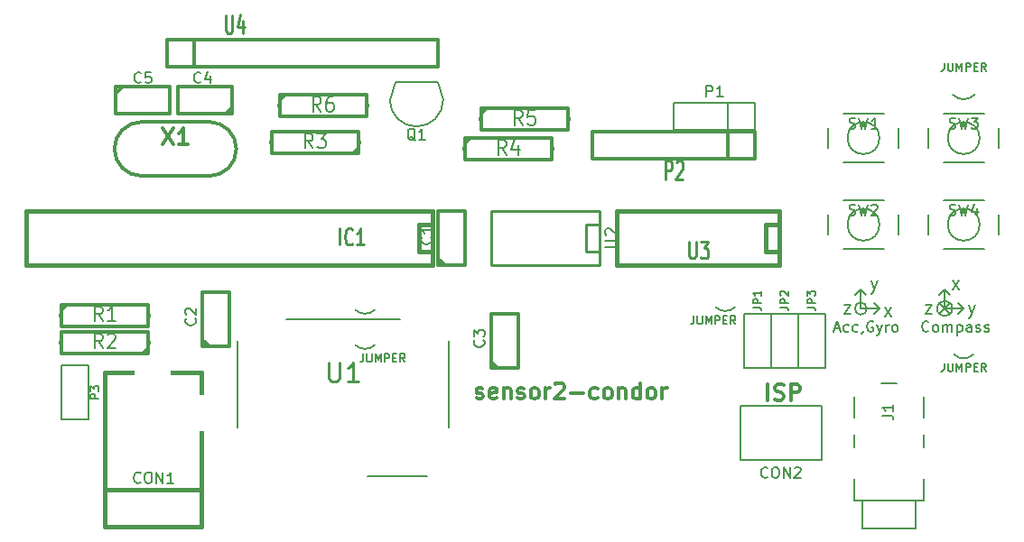
<source format=gto>
G04 (created by PCBNEW (2013-jul-07)-stable) date 2015年01月22日 18時10分11秒*
%MOIN*%
G04 Gerber Fmt 3.4, Leading zero omitted, Abs format*
%FSLAX34Y34*%
G01*
G70*
G90*
G04 APERTURE LIST*
%ADD10C,0.006*%
%ADD11C,0.00590551*%
%ADD12C,0.00787402*%
%ADD13C,0.011811*%
%ADD14C,0.012*%
%ADD15C,0.008*%
%ADD16C,0.0125*%
%ADD17C,0.01*%
%ADD18C,0.015*%
%ADD19C,0.0107*%
%ADD20C,0.01125*%
%ADD21C,0.06*%
%ADD22R,0.055X0.055*%
%ADD23C,0.055*%
%ADD24R,0.06X0.06*%
%ADD25C,0.056*%
%ADD26R,0.1378X0.1378*%
%ADD27C,0.0787402*%
%ADD28C,0.244094*%
%ADD29C,0.0944882*%
%ADD30C,0.0511811*%
%ADD31C,0.0551181*%
G04 APERTURE END LIST*
G54D10*
G54D11*
X55406Y-50421D02*
X55387Y-50440D01*
X55331Y-50459D01*
X55293Y-50459D01*
X55237Y-50440D01*
X55200Y-50403D01*
X55181Y-50365D01*
X55162Y-50290D01*
X55162Y-50234D01*
X55181Y-50159D01*
X55200Y-50121D01*
X55237Y-50084D01*
X55293Y-50065D01*
X55331Y-50065D01*
X55387Y-50084D01*
X55406Y-50103D01*
X55631Y-50459D02*
X55593Y-50440D01*
X55575Y-50421D01*
X55556Y-50384D01*
X55556Y-50271D01*
X55575Y-50234D01*
X55593Y-50215D01*
X55631Y-50196D01*
X55687Y-50196D01*
X55725Y-50215D01*
X55743Y-50234D01*
X55762Y-50271D01*
X55762Y-50384D01*
X55743Y-50421D01*
X55725Y-50440D01*
X55687Y-50459D01*
X55631Y-50459D01*
X55931Y-50459D02*
X55931Y-50196D01*
X55931Y-50234D02*
X55950Y-50215D01*
X55987Y-50196D01*
X56043Y-50196D01*
X56081Y-50215D01*
X56100Y-50253D01*
X56100Y-50459D01*
X56100Y-50253D02*
X56118Y-50215D01*
X56156Y-50196D01*
X56212Y-50196D01*
X56250Y-50215D01*
X56268Y-50253D01*
X56268Y-50459D01*
X56456Y-50196D02*
X56456Y-50590D01*
X56456Y-50215D02*
X56493Y-50196D01*
X56568Y-50196D01*
X56606Y-50215D01*
X56624Y-50234D01*
X56643Y-50271D01*
X56643Y-50384D01*
X56624Y-50421D01*
X56606Y-50440D01*
X56568Y-50459D01*
X56493Y-50459D01*
X56456Y-50440D01*
X56981Y-50459D02*
X56981Y-50253D01*
X56962Y-50215D01*
X56924Y-50196D01*
X56849Y-50196D01*
X56812Y-50215D01*
X56981Y-50440D02*
X56943Y-50459D01*
X56849Y-50459D01*
X56812Y-50440D01*
X56793Y-50403D01*
X56793Y-50365D01*
X56812Y-50328D01*
X56849Y-50309D01*
X56943Y-50309D01*
X56981Y-50290D01*
X57149Y-50440D02*
X57187Y-50459D01*
X57262Y-50459D01*
X57299Y-50440D01*
X57318Y-50403D01*
X57318Y-50384D01*
X57299Y-50346D01*
X57262Y-50328D01*
X57206Y-50328D01*
X57168Y-50309D01*
X57149Y-50271D01*
X57149Y-50253D01*
X57168Y-50215D01*
X57206Y-50196D01*
X57262Y-50196D01*
X57299Y-50215D01*
X57468Y-50440D02*
X57506Y-50459D01*
X57581Y-50459D01*
X57618Y-50440D01*
X57637Y-50403D01*
X57637Y-50384D01*
X57618Y-50346D01*
X57581Y-50328D01*
X57524Y-50328D01*
X57487Y-50309D01*
X57468Y-50271D01*
X57468Y-50253D01*
X57487Y-50215D01*
X57524Y-50196D01*
X57581Y-50196D01*
X57618Y-50215D01*
X55276Y-49476D02*
X55523Y-49476D01*
X55276Y-49791D01*
X55523Y-49791D01*
X56276Y-48891D02*
X56523Y-48576D01*
X56276Y-48576D02*
X56523Y-48891D01*
X56887Y-49476D02*
X57000Y-49791D01*
X57112Y-49476D02*
X57000Y-49791D01*
X56955Y-49903D01*
X56932Y-49926D01*
X56887Y-49948D01*
G54D12*
X56282Y-49600D02*
G75*
G03X56282Y-49600I-282J0D01*
G74*
G01*
X56200Y-49800D02*
X55800Y-49400D01*
X56200Y-49400D02*
X55800Y-49800D01*
X56700Y-49600D02*
X56500Y-49800D01*
X56700Y-49600D02*
X56500Y-49400D01*
X56000Y-48900D02*
X56200Y-49100D01*
X56000Y-48900D02*
X55800Y-49100D01*
X56000Y-49600D02*
X56000Y-48900D01*
X56000Y-49600D02*
X56700Y-49600D01*
G54D11*
X51928Y-50346D02*
X52115Y-50346D01*
X51890Y-50459D02*
X52022Y-50065D01*
X52153Y-50459D01*
X52453Y-50440D02*
X52415Y-50459D01*
X52340Y-50459D01*
X52303Y-50440D01*
X52284Y-50421D01*
X52265Y-50384D01*
X52265Y-50271D01*
X52284Y-50234D01*
X52303Y-50215D01*
X52340Y-50196D01*
X52415Y-50196D01*
X52453Y-50215D01*
X52790Y-50440D02*
X52753Y-50459D01*
X52678Y-50459D01*
X52640Y-50440D01*
X52621Y-50421D01*
X52603Y-50384D01*
X52603Y-50271D01*
X52621Y-50234D01*
X52640Y-50215D01*
X52678Y-50196D01*
X52753Y-50196D01*
X52790Y-50215D01*
X52978Y-50440D02*
X52978Y-50459D01*
X52959Y-50496D01*
X52940Y-50515D01*
X53353Y-50084D02*
X53315Y-50065D01*
X53259Y-50065D01*
X53203Y-50084D01*
X53165Y-50121D01*
X53146Y-50159D01*
X53128Y-50234D01*
X53128Y-50290D01*
X53146Y-50365D01*
X53165Y-50403D01*
X53203Y-50440D01*
X53259Y-50459D01*
X53296Y-50459D01*
X53353Y-50440D01*
X53371Y-50421D01*
X53371Y-50290D01*
X53296Y-50290D01*
X53503Y-50196D02*
X53596Y-50459D01*
X53690Y-50196D02*
X53596Y-50459D01*
X53559Y-50553D01*
X53540Y-50571D01*
X53503Y-50590D01*
X53840Y-50459D02*
X53840Y-50196D01*
X53840Y-50271D02*
X53859Y-50234D01*
X53878Y-50215D01*
X53915Y-50196D01*
X53953Y-50196D01*
X54140Y-50459D02*
X54102Y-50440D01*
X54084Y-50421D01*
X54065Y-50384D01*
X54065Y-50271D01*
X54084Y-50234D01*
X54102Y-50215D01*
X54140Y-50196D01*
X54196Y-50196D01*
X54234Y-50215D01*
X54252Y-50234D01*
X54271Y-50271D01*
X54271Y-50384D01*
X54252Y-50421D01*
X54234Y-50440D01*
X54196Y-50459D01*
X54140Y-50459D01*
X52276Y-49476D02*
X52523Y-49476D01*
X52276Y-49791D01*
X52523Y-49791D01*
X53287Y-48576D02*
X53400Y-48891D01*
X53512Y-48576D02*
X53400Y-48891D01*
X53355Y-49003D01*
X53332Y-49026D01*
X53287Y-49048D01*
X53776Y-49891D02*
X54023Y-49576D01*
X53776Y-49576D02*
X54023Y-49891D01*
G54D12*
X53123Y-49600D02*
G75*
G03X53123Y-49600I-223J0D01*
G74*
G01*
X53600Y-49600D02*
X53400Y-49800D01*
X53600Y-49600D02*
X53400Y-49400D01*
X52900Y-49600D02*
X53600Y-49600D01*
X52900Y-48900D02*
X53100Y-49100D01*
X52900Y-48900D02*
X52700Y-49100D01*
X52900Y-49600D02*
X52900Y-48900D01*
G54D10*
X55978Y-40521D02*
X55978Y-40735D01*
X55964Y-40778D01*
X55935Y-40807D01*
X55892Y-40821D01*
X55864Y-40821D01*
X56121Y-40521D02*
X56121Y-40764D01*
X56135Y-40792D01*
X56150Y-40807D01*
X56178Y-40821D01*
X56235Y-40821D01*
X56264Y-40807D01*
X56278Y-40792D01*
X56292Y-40764D01*
X56292Y-40521D01*
X56435Y-40821D02*
X56435Y-40521D01*
X56535Y-40735D01*
X56635Y-40521D01*
X56635Y-40821D01*
X56778Y-40821D02*
X56778Y-40521D01*
X56892Y-40521D01*
X56921Y-40535D01*
X56935Y-40550D01*
X56950Y-40578D01*
X56950Y-40621D01*
X56935Y-40650D01*
X56921Y-40664D01*
X56892Y-40678D01*
X56778Y-40678D01*
X57078Y-40664D02*
X57178Y-40664D01*
X57221Y-40821D02*
X57078Y-40821D01*
X57078Y-40521D01*
X57221Y-40521D01*
X57521Y-40821D02*
X57421Y-40678D01*
X57350Y-40821D02*
X57350Y-40521D01*
X57464Y-40521D01*
X57492Y-40535D01*
X57507Y-40550D01*
X57521Y-40578D01*
X57521Y-40621D01*
X57507Y-40650D01*
X57492Y-40664D01*
X57464Y-40678D01*
X57350Y-40678D01*
G54D12*
X56300Y-41699D02*
G75*
G03X57099Y-41699I399J399D01*
G74*
G01*
X56350Y-51299D02*
G75*
G03X57049Y-51299I349J349D01*
G74*
G01*
G54D10*
X55978Y-51621D02*
X55978Y-51835D01*
X55964Y-51878D01*
X55935Y-51907D01*
X55892Y-51921D01*
X55864Y-51921D01*
X56121Y-51621D02*
X56121Y-51864D01*
X56135Y-51892D01*
X56150Y-51907D01*
X56178Y-51921D01*
X56235Y-51921D01*
X56264Y-51907D01*
X56278Y-51892D01*
X56292Y-51864D01*
X56292Y-51621D01*
X56435Y-51921D02*
X56435Y-51621D01*
X56535Y-51835D01*
X56635Y-51621D01*
X56635Y-51921D01*
X56778Y-51921D02*
X56778Y-51621D01*
X56892Y-51621D01*
X56921Y-51635D01*
X56935Y-51650D01*
X56950Y-51678D01*
X56950Y-51721D01*
X56935Y-51750D01*
X56921Y-51764D01*
X56892Y-51778D01*
X56778Y-51778D01*
X57078Y-51764D02*
X57178Y-51764D01*
X57221Y-51921D02*
X57078Y-51921D01*
X57078Y-51621D01*
X57221Y-51621D01*
X57521Y-51921D02*
X57421Y-51778D01*
X57350Y-51921D02*
X57350Y-51621D01*
X57464Y-51621D01*
X57492Y-51635D01*
X57507Y-51650D01*
X57521Y-51678D01*
X57521Y-51721D01*
X57507Y-51750D01*
X57492Y-51764D01*
X57464Y-51778D01*
X57350Y-51778D01*
G54D13*
X49473Y-52989D02*
X49473Y-52398D01*
X49726Y-52960D02*
X49810Y-52989D01*
X49951Y-52989D01*
X50007Y-52960D01*
X50035Y-52932D01*
X50064Y-52876D01*
X50064Y-52820D01*
X50035Y-52764D01*
X50007Y-52735D01*
X49951Y-52707D01*
X49839Y-52679D01*
X49782Y-52651D01*
X49754Y-52623D01*
X49726Y-52567D01*
X49726Y-52510D01*
X49754Y-52454D01*
X49782Y-52426D01*
X49839Y-52398D01*
X49979Y-52398D01*
X50064Y-52426D01*
X50317Y-52989D02*
X50317Y-52398D01*
X50542Y-52398D01*
X50598Y-52426D01*
X50626Y-52454D01*
X50654Y-52510D01*
X50654Y-52595D01*
X50626Y-52651D01*
X50598Y-52679D01*
X50542Y-52707D01*
X50317Y-52707D01*
G54D10*
X46728Y-49871D02*
X46728Y-50085D01*
X46714Y-50128D01*
X46685Y-50157D01*
X46642Y-50171D01*
X46614Y-50171D01*
X46871Y-49871D02*
X46871Y-50114D01*
X46885Y-50142D01*
X46900Y-50157D01*
X46928Y-50171D01*
X46985Y-50171D01*
X47014Y-50157D01*
X47028Y-50142D01*
X47042Y-50114D01*
X47042Y-49871D01*
X47185Y-50171D02*
X47185Y-49871D01*
X47285Y-50085D01*
X47385Y-49871D01*
X47385Y-50171D01*
X47528Y-50171D02*
X47528Y-49871D01*
X47642Y-49871D01*
X47671Y-49885D01*
X47685Y-49900D01*
X47700Y-49928D01*
X47700Y-49971D01*
X47685Y-50000D01*
X47671Y-50014D01*
X47642Y-50028D01*
X47528Y-50028D01*
X47828Y-50014D02*
X47928Y-50014D01*
X47971Y-50171D02*
X47828Y-50171D01*
X47828Y-49871D01*
X47971Y-49871D01*
X48271Y-50171D02*
X48171Y-50028D01*
X48100Y-50171D02*
X48100Y-49871D01*
X48214Y-49871D01*
X48242Y-49885D01*
X48257Y-49900D01*
X48271Y-49928D01*
X48271Y-49971D01*
X48257Y-50000D01*
X48242Y-50014D01*
X48214Y-50028D01*
X48100Y-50028D01*
G54D12*
X47550Y-49549D02*
G75*
G03X48249Y-49549I349J349D01*
G74*
G01*
X34250Y-49649D02*
G75*
G03X34949Y-49649I349J349D01*
G74*
G01*
G54D10*
X34528Y-51271D02*
X34528Y-51485D01*
X34514Y-51528D01*
X34485Y-51557D01*
X34442Y-51571D01*
X34414Y-51571D01*
X34671Y-51271D02*
X34671Y-51514D01*
X34685Y-51542D01*
X34700Y-51557D01*
X34728Y-51571D01*
X34785Y-51571D01*
X34814Y-51557D01*
X34828Y-51542D01*
X34842Y-51514D01*
X34842Y-51271D01*
X34985Y-51571D02*
X34985Y-51271D01*
X35085Y-51485D01*
X35185Y-51271D01*
X35185Y-51571D01*
X35328Y-51571D02*
X35328Y-51271D01*
X35442Y-51271D01*
X35471Y-51285D01*
X35485Y-51300D01*
X35500Y-51328D01*
X35500Y-51371D01*
X35485Y-51400D01*
X35471Y-51414D01*
X35442Y-51428D01*
X35328Y-51428D01*
X35628Y-51414D02*
X35728Y-51414D01*
X35771Y-51571D02*
X35628Y-51571D01*
X35628Y-51271D01*
X35771Y-51271D01*
X36071Y-51571D02*
X35971Y-51428D01*
X35900Y-51571D02*
X35900Y-51271D01*
X36014Y-51271D01*
X36042Y-51285D01*
X36057Y-51300D01*
X36071Y-51328D01*
X36071Y-51371D01*
X36057Y-51400D01*
X36042Y-51414D01*
X36014Y-51428D01*
X35900Y-51428D01*
G54D12*
X34250Y-50949D02*
G75*
G03X34949Y-50949I349J349D01*
G74*
G01*
G54D13*
X38712Y-52910D02*
X38769Y-52939D01*
X38881Y-52939D01*
X38937Y-52910D01*
X38966Y-52854D01*
X38966Y-52826D01*
X38937Y-52770D01*
X38881Y-52742D01*
X38797Y-52742D01*
X38741Y-52714D01*
X38712Y-52657D01*
X38712Y-52629D01*
X38741Y-52573D01*
X38797Y-52545D01*
X38881Y-52545D01*
X38937Y-52573D01*
X39444Y-52910D02*
X39387Y-52939D01*
X39275Y-52939D01*
X39219Y-52910D01*
X39191Y-52854D01*
X39191Y-52629D01*
X39219Y-52573D01*
X39275Y-52545D01*
X39387Y-52545D01*
X39444Y-52573D01*
X39472Y-52629D01*
X39472Y-52685D01*
X39191Y-52742D01*
X39725Y-52545D02*
X39725Y-52939D01*
X39725Y-52601D02*
X39753Y-52573D01*
X39809Y-52545D01*
X39894Y-52545D01*
X39950Y-52573D01*
X39978Y-52629D01*
X39978Y-52939D01*
X40231Y-52910D02*
X40287Y-52939D01*
X40400Y-52939D01*
X40456Y-52910D01*
X40484Y-52854D01*
X40484Y-52826D01*
X40456Y-52770D01*
X40400Y-52742D01*
X40315Y-52742D01*
X40259Y-52714D01*
X40231Y-52657D01*
X40231Y-52629D01*
X40259Y-52573D01*
X40315Y-52545D01*
X40400Y-52545D01*
X40456Y-52573D01*
X40822Y-52939D02*
X40765Y-52910D01*
X40737Y-52882D01*
X40709Y-52826D01*
X40709Y-52657D01*
X40737Y-52601D01*
X40765Y-52573D01*
X40822Y-52545D01*
X40906Y-52545D01*
X40962Y-52573D01*
X40990Y-52601D01*
X41018Y-52657D01*
X41018Y-52826D01*
X40990Y-52882D01*
X40962Y-52910D01*
X40906Y-52939D01*
X40822Y-52939D01*
X41271Y-52939D02*
X41271Y-52545D01*
X41271Y-52657D02*
X41300Y-52601D01*
X41328Y-52573D01*
X41384Y-52545D01*
X41440Y-52545D01*
X41609Y-52404D02*
X41637Y-52376D01*
X41693Y-52348D01*
X41834Y-52348D01*
X41890Y-52376D01*
X41918Y-52404D01*
X41946Y-52460D01*
X41946Y-52517D01*
X41918Y-52601D01*
X41581Y-52939D01*
X41946Y-52939D01*
X42200Y-52714D02*
X42649Y-52714D01*
X43184Y-52910D02*
X43128Y-52939D01*
X43015Y-52939D01*
X42959Y-52910D01*
X42931Y-52882D01*
X42903Y-52826D01*
X42903Y-52657D01*
X42931Y-52601D01*
X42959Y-52573D01*
X43015Y-52545D01*
X43128Y-52545D01*
X43184Y-52573D01*
X43521Y-52939D02*
X43465Y-52910D01*
X43437Y-52882D01*
X43409Y-52826D01*
X43409Y-52657D01*
X43437Y-52601D01*
X43465Y-52573D01*
X43521Y-52545D01*
X43606Y-52545D01*
X43662Y-52573D01*
X43690Y-52601D01*
X43718Y-52657D01*
X43718Y-52826D01*
X43690Y-52882D01*
X43662Y-52910D01*
X43606Y-52939D01*
X43521Y-52939D01*
X43971Y-52545D02*
X43971Y-52939D01*
X43971Y-52601D02*
X43999Y-52573D01*
X44056Y-52545D01*
X44140Y-52545D01*
X44196Y-52573D01*
X44224Y-52629D01*
X44224Y-52939D01*
X44759Y-52939D02*
X44759Y-52348D01*
X44759Y-52910D02*
X44702Y-52939D01*
X44590Y-52939D01*
X44534Y-52910D01*
X44505Y-52882D01*
X44477Y-52826D01*
X44477Y-52657D01*
X44505Y-52601D01*
X44534Y-52573D01*
X44590Y-52545D01*
X44702Y-52545D01*
X44759Y-52573D01*
X45124Y-52939D02*
X45068Y-52910D01*
X45040Y-52882D01*
X45012Y-52826D01*
X45012Y-52657D01*
X45040Y-52601D01*
X45068Y-52573D01*
X45124Y-52545D01*
X45208Y-52545D01*
X45265Y-52573D01*
X45293Y-52601D01*
X45321Y-52657D01*
X45321Y-52826D01*
X45293Y-52882D01*
X45265Y-52910D01*
X45208Y-52939D01*
X45124Y-52939D01*
X45574Y-52939D02*
X45574Y-52545D01*
X45574Y-52657D02*
X45602Y-52601D01*
X45630Y-52573D01*
X45687Y-52545D01*
X45743Y-52545D01*
G54D11*
X31700Y-50000D02*
X35900Y-50000D01*
X37700Y-54000D02*
X37700Y-50800D01*
X34700Y-55800D02*
X36900Y-55800D01*
X29900Y-50800D02*
X29900Y-54000D01*
G54D14*
X49000Y-43050D02*
X49000Y-44050D01*
X49000Y-44050D02*
X43000Y-44050D01*
X43000Y-44050D02*
X43000Y-43050D01*
X43000Y-43050D02*
X49000Y-43050D01*
X48000Y-43050D02*
X48000Y-44050D01*
X27283Y-40657D02*
X27283Y-39657D01*
X27283Y-39657D02*
X37283Y-39657D01*
X37283Y-39657D02*
X37283Y-40657D01*
X37283Y-40657D02*
X27283Y-40657D01*
X28283Y-40657D02*
X28283Y-39657D01*
X23000Y-49850D02*
X23400Y-49850D01*
X23400Y-49850D02*
X23400Y-49450D01*
X23400Y-49450D02*
X26600Y-49450D01*
X26600Y-49450D02*
X26600Y-50250D01*
X26600Y-50250D02*
X23400Y-50250D01*
X23400Y-50250D02*
X23400Y-49850D01*
X23400Y-49650D02*
X23600Y-49450D01*
X27000Y-49850D02*
X26600Y-49850D01*
X27000Y-50850D02*
X26600Y-50850D01*
X26600Y-50850D02*
X26600Y-51250D01*
X26600Y-51250D02*
X23400Y-51250D01*
X23400Y-51250D02*
X23400Y-50450D01*
X23400Y-50450D02*
X26600Y-50450D01*
X26600Y-50450D02*
X26600Y-50850D01*
X26600Y-51050D02*
X26400Y-51250D01*
X23000Y-50850D02*
X23400Y-50850D01*
X34750Y-43450D02*
X34350Y-43450D01*
X34350Y-43450D02*
X34350Y-43850D01*
X34350Y-43850D02*
X31150Y-43850D01*
X31150Y-43850D02*
X31150Y-43050D01*
X31150Y-43050D02*
X34350Y-43050D01*
X34350Y-43050D02*
X34350Y-43450D01*
X34350Y-43650D02*
X34150Y-43850D01*
X30750Y-43450D02*
X31150Y-43450D01*
X31050Y-42100D02*
X31450Y-42100D01*
X31450Y-42100D02*
X31450Y-41700D01*
X31450Y-41700D02*
X34650Y-41700D01*
X34650Y-41700D02*
X34650Y-42500D01*
X34650Y-42500D02*
X31450Y-42500D01*
X31450Y-42500D02*
X31450Y-42100D01*
X31450Y-41900D02*
X31650Y-41700D01*
X35050Y-42100D02*
X34650Y-42100D01*
X37900Y-43700D02*
X38300Y-43700D01*
X38300Y-43700D02*
X38300Y-43300D01*
X38300Y-43300D02*
X41500Y-43300D01*
X41500Y-43300D02*
X41500Y-44100D01*
X41500Y-44100D02*
X38300Y-44100D01*
X38300Y-44100D02*
X38300Y-43700D01*
X38300Y-43500D02*
X38500Y-43300D01*
X41900Y-43700D02*
X41500Y-43700D01*
X38500Y-42600D02*
X38900Y-42600D01*
X38900Y-42600D02*
X38900Y-42200D01*
X38900Y-42200D02*
X42100Y-42200D01*
X42100Y-42200D02*
X42100Y-43000D01*
X42100Y-43000D02*
X38900Y-43000D01*
X38900Y-43000D02*
X38900Y-42600D01*
X38900Y-42400D02*
X39100Y-42200D01*
X42500Y-42600D02*
X42100Y-42600D01*
G54D15*
X48450Y-53200D02*
X51450Y-53200D01*
X51450Y-55200D02*
X48450Y-55200D01*
X48450Y-55200D02*
X48450Y-53200D01*
X51450Y-53200D02*
X51450Y-55200D01*
G54D10*
X49000Y-42000D02*
X49000Y-43000D01*
X49000Y-43000D02*
X46000Y-43000D01*
X46000Y-43000D02*
X46000Y-42000D01*
X46000Y-42000D02*
X49000Y-42000D01*
X48000Y-43000D02*
X48000Y-42000D01*
X23400Y-51700D02*
X24400Y-51700D01*
X24400Y-51700D02*
X24400Y-53700D01*
X24400Y-53700D02*
X23400Y-53700D01*
X23400Y-53700D02*
X23400Y-51700D01*
X51600Y-51800D02*
X50600Y-51800D01*
X50600Y-51800D02*
X50600Y-49800D01*
X50600Y-49800D02*
X51600Y-49800D01*
X51600Y-49800D02*
X51600Y-51800D01*
X50600Y-51800D02*
X49600Y-51800D01*
X49600Y-51800D02*
X49600Y-49800D01*
X49600Y-49800D02*
X50600Y-49800D01*
X50600Y-49800D02*
X50600Y-51800D01*
X49600Y-51800D02*
X48600Y-51800D01*
X48600Y-51800D02*
X48600Y-49800D01*
X48600Y-49800D02*
X49600Y-49800D01*
X49600Y-49800D02*
X49600Y-51800D01*
G54D16*
X26350Y-44700D02*
X28850Y-44700D01*
X26350Y-42700D02*
X28850Y-42700D01*
X29850Y-43700D02*
G75*
G03X28850Y-42700I-1000J0D01*
G74*
G01*
X28850Y-44700D02*
G75*
G03X29850Y-43700I0J1000D01*
G74*
G01*
X26350Y-42700D02*
G75*
G03X25350Y-43700I0J-1000D01*
G74*
G01*
X25350Y-43700D02*
G75*
G03X26350Y-44700I1000J0D01*
G74*
G01*
G54D17*
X43250Y-47500D02*
X42750Y-47500D01*
X42750Y-47500D02*
X42750Y-46500D01*
X42750Y-46500D02*
X43250Y-46500D01*
X43250Y-48000D02*
X39250Y-48000D01*
X39250Y-48000D02*
X39250Y-46000D01*
X39250Y-46000D02*
X43250Y-46000D01*
X43250Y-46000D02*
X43250Y-48000D01*
G54D18*
X37100Y-48000D02*
X22100Y-48000D01*
X22100Y-48000D02*
X22100Y-46000D01*
X22100Y-46000D02*
X37100Y-46000D01*
X37100Y-46000D02*
X37100Y-48000D01*
X37100Y-47500D02*
X36600Y-47500D01*
X36600Y-47500D02*
X36600Y-46500D01*
X36600Y-46500D02*
X37100Y-46500D01*
X49900Y-46000D02*
X43900Y-46000D01*
X43900Y-46000D02*
X43900Y-48000D01*
X43900Y-48000D02*
X49900Y-48000D01*
X49900Y-47500D02*
X49400Y-47500D01*
X49400Y-47500D02*
X49400Y-46500D01*
X49400Y-46500D02*
X49900Y-46500D01*
X49900Y-48000D02*
X49900Y-46000D01*
G54D14*
X29680Y-42400D02*
X27700Y-42400D01*
X27700Y-42400D02*
X27700Y-41400D01*
X27700Y-41400D02*
X29700Y-41400D01*
X29700Y-41400D02*
X29700Y-42400D01*
X29700Y-42150D02*
X29450Y-42400D01*
X25420Y-41400D02*
X27400Y-41400D01*
X27400Y-41400D02*
X27400Y-42400D01*
X27400Y-42400D02*
X25400Y-42400D01*
X25400Y-42400D02*
X25400Y-41400D01*
X25400Y-41650D02*
X25650Y-41400D01*
X28600Y-50980D02*
X28600Y-49000D01*
X28600Y-49000D02*
X29600Y-49000D01*
X29600Y-49000D02*
X29600Y-51000D01*
X29600Y-51000D02*
X28600Y-51000D01*
X28850Y-51000D02*
X28600Y-50750D01*
X39250Y-51780D02*
X39250Y-49800D01*
X39250Y-49800D02*
X40250Y-49800D01*
X40250Y-49800D02*
X40250Y-51800D01*
X40250Y-51800D02*
X39250Y-51800D01*
X39500Y-51800D02*
X39250Y-51550D01*
X37300Y-47980D02*
X37300Y-46000D01*
X37300Y-46000D02*
X38300Y-46000D01*
X38300Y-46000D02*
X38300Y-48000D01*
X38300Y-48000D02*
X37300Y-48000D01*
X37550Y-48000D02*
X37300Y-47750D01*
G54D18*
X24999Y-56299D02*
X28543Y-56299D01*
X24999Y-57677D02*
X28543Y-57677D01*
X28543Y-57677D02*
X28543Y-51968D01*
X28543Y-51968D02*
X24999Y-51968D01*
X24999Y-51968D02*
X24999Y-57677D01*
G54D11*
X53590Y-46500D02*
G75*
G03X53590Y-46500I-590J0D01*
G74*
G01*
X52251Y-47405D02*
X53748Y-47405D01*
X52251Y-45594D02*
X53748Y-45594D01*
X51700Y-46145D02*
X51700Y-46854D01*
X54299Y-46854D02*
X54299Y-46145D01*
X57290Y-46500D02*
G75*
G03X57290Y-46500I-590J0D01*
G74*
G01*
X55951Y-47405D02*
X57448Y-47405D01*
X55951Y-45594D02*
X57448Y-45594D01*
X55400Y-46145D02*
X55400Y-46854D01*
X57999Y-46854D02*
X57999Y-46145D01*
X57290Y-43300D02*
G75*
G03X57290Y-43300I-590J0D01*
G74*
G01*
X55951Y-44205D02*
X57448Y-44205D01*
X55951Y-42394D02*
X57448Y-42394D01*
X55400Y-42945D02*
X55400Y-43654D01*
X57999Y-43654D02*
X57999Y-42945D01*
X53590Y-43300D02*
G75*
G03X53590Y-43300I-590J0D01*
G74*
G01*
X52251Y-44205D02*
X53748Y-44205D01*
X52251Y-42394D02*
X53748Y-42394D01*
X51700Y-42945D02*
X51700Y-43654D01*
X54299Y-43654D02*
X54299Y-42945D01*
X52952Y-56692D02*
X52657Y-56692D01*
X52657Y-56692D02*
X52657Y-55905D01*
X54921Y-56692D02*
X55216Y-56692D01*
X55216Y-56692D02*
X55216Y-55905D01*
X54921Y-56692D02*
X54921Y-57716D01*
X54921Y-57716D02*
X52952Y-57716D01*
X52952Y-57716D02*
X52952Y-56692D01*
X54921Y-56692D02*
X52952Y-56692D01*
X52657Y-53641D02*
X52657Y-52854D01*
X55216Y-53641D02*
X55216Y-52854D01*
X55216Y-54724D02*
X55216Y-54251D01*
X52657Y-54724D02*
X52657Y-54271D01*
X54212Y-52362D02*
X53661Y-52362D01*
X35511Y-41889D02*
X35708Y-41220D01*
X35708Y-41220D02*
X37283Y-41220D01*
X37283Y-41220D02*
X37480Y-41889D01*
X35511Y-41889D02*
G75*
G03X36496Y-42874I984J0D01*
G74*
G01*
X36496Y-42874D02*
G75*
G03X37480Y-41889I0J984D01*
G74*
G01*
G54D17*
X33266Y-51583D02*
X33266Y-52150D01*
X33300Y-52216D01*
X33333Y-52250D01*
X33400Y-52283D01*
X33533Y-52283D01*
X33600Y-52250D01*
X33633Y-52216D01*
X33666Y-52150D01*
X33666Y-51583D01*
X34366Y-52283D02*
X33966Y-52283D01*
X34166Y-52283D02*
X34166Y-51583D01*
X34100Y-51683D01*
X34033Y-51750D01*
X33966Y-51783D01*
G54D19*
X45684Y-44825D02*
X45684Y-44144D01*
X45847Y-44144D01*
X45887Y-44177D01*
X45908Y-44209D01*
X45928Y-44274D01*
X45928Y-44371D01*
X45908Y-44436D01*
X45887Y-44468D01*
X45847Y-44501D01*
X45684Y-44501D01*
X46091Y-44209D02*
X46112Y-44177D01*
X46152Y-44144D01*
X46254Y-44144D01*
X46295Y-44177D01*
X46315Y-44209D01*
X46336Y-44274D01*
X46336Y-44339D01*
X46315Y-44436D01*
X46071Y-44825D01*
X46336Y-44825D01*
G54D14*
G54D19*
X29457Y-38752D02*
X29457Y-39303D01*
X29477Y-39368D01*
X29498Y-39400D01*
X29538Y-39433D01*
X29620Y-39433D01*
X29661Y-39400D01*
X29681Y-39368D01*
X29701Y-39303D01*
X29701Y-38752D01*
X30089Y-38979D02*
X30089Y-39433D01*
X29987Y-38719D02*
X29885Y-39206D01*
X30150Y-39206D01*
G54D14*
G54D15*
X24916Y-50072D02*
X24750Y-49810D01*
X24630Y-50072D02*
X24630Y-49522D01*
X24821Y-49522D01*
X24869Y-49548D01*
X24892Y-49575D01*
X24916Y-49627D01*
X24916Y-49705D01*
X24892Y-49758D01*
X24869Y-49784D01*
X24821Y-49810D01*
X24630Y-49810D01*
X25392Y-50072D02*
X25107Y-50072D01*
X25250Y-50072D02*
X25250Y-49522D01*
X25202Y-49601D01*
X25154Y-49653D01*
X25107Y-49679D01*
X24916Y-51072D02*
X24750Y-50810D01*
X24630Y-51072D02*
X24630Y-50522D01*
X24821Y-50522D01*
X24869Y-50548D01*
X24892Y-50575D01*
X24916Y-50627D01*
X24916Y-50705D01*
X24892Y-50758D01*
X24869Y-50784D01*
X24821Y-50810D01*
X24630Y-50810D01*
X25107Y-50575D02*
X25130Y-50548D01*
X25178Y-50522D01*
X25297Y-50522D01*
X25345Y-50548D01*
X25369Y-50575D01*
X25392Y-50627D01*
X25392Y-50679D01*
X25369Y-50758D01*
X25083Y-51072D01*
X25392Y-51072D01*
X32666Y-43672D02*
X32500Y-43410D01*
X32380Y-43672D02*
X32380Y-43122D01*
X32571Y-43122D01*
X32619Y-43148D01*
X32642Y-43175D01*
X32666Y-43227D01*
X32666Y-43305D01*
X32642Y-43358D01*
X32619Y-43384D01*
X32571Y-43410D01*
X32380Y-43410D01*
X32833Y-43122D02*
X33142Y-43122D01*
X32976Y-43332D01*
X33047Y-43332D01*
X33095Y-43358D01*
X33119Y-43384D01*
X33142Y-43436D01*
X33142Y-43567D01*
X33119Y-43620D01*
X33095Y-43646D01*
X33047Y-43672D01*
X32904Y-43672D01*
X32857Y-43646D01*
X32833Y-43620D01*
X32966Y-42322D02*
X32800Y-42060D01*
X32680Y-42322D02*
X32680Y-41772D01*
X32871Y-41772D01*
X32919Y-41798D01*
X32942Y-41825D01*
X32966Y-41877D01*
X32966Y-41955D01*
X32942Y-42008D01*
X32919Y-42034D01*
X32871Y-42060D01*
X32680Y-42060D01*
X33395Y-41772D02*
X33300Y-41772D01*
X33252Y-41798D01*
X33228Y-41825D01*
X33180Y-41903D01*
X33157Y-42008D01*
X33157Y-42217D01*
X33180Y-42270D01*
X33204Y-42296D01*
X33252Y-42322D01*
X33347Y-42322D01*
X33395Y-42296D01*
X33419Y-42270D01*
X33442Y-42217D01*
X33442Y-42086D01*
X33419Y-42034D01*
X33395Y-42008D01*
X33347Y-41982D01*
X33252Y-41982D01*
X33204Y-42008D01*
X33180Y-42034D01*
X33157Y-42086D01*
X39816Y-43922D02*
X39650Y-43660D01*
X39530Y-43922D02*
X39530Y-43372D01*
X39721Y-43372D01*
X39769Y-43398D01*
X39792Y-43425D01*
X39816Y-43477D01*
X39816Y-43555D01*
X39792Y-43608D01*
X39769Y-43634D01*
X39721Y-43660D01*
X39530Y-43660D01*
X40245Y-43555D02*
X40245Y-43922D01*
X40126Y-43346D02*
X40007Y-43739D01*
X40316Y-43739D01*
X40416Y-42822D02*
X40250Y-42560D01*
X40130Y-42822D02*
X40130Y-42272D01*
X40321Y-42272D01*
X40369Y-42298D01*
X40392Y-42325D01*
X40416Y-42377D01*
X40416Y-42455D01*
X40392Y-42508D01*
X40369Y-42534D01*
X40321Y-42560D01*
X40130Y-42560D01*
X40869Y-42272D02*
X40630Y-42272D01*
X40607Y-42534D01*
X40630Y-42508D01*
X40678Y-42482D01*
X40797Y-42482D01*
X40845Y-42508D01*
X40869Y-42534D01*
X40892Y-42586D01*
X40892Y-42717D01*
X40869Y-42770D01*
X40845Y-42796D01*
X40797Y-42822D01*
X40678Y-42822D01*
X40630Y-42796D01*
X40607Y-42770D01*
X49464Y-55823D02*
X49445Y-55842D01*
X49388Y-55861D01*
X49350Y-55861D01*
X49292Y-55842D01*
X49254Y-55804D01*
X49235Y-55766D01*
X49216Y-55690D01*
X49216Y-55633D01*
X49235Y-55557D01*
X49254Y-55519D01*
X49292Y-55480D01*
X49350Y-55461D01*
X49388Y-55461D01*
X49445Y-55480D01*
X49464Y-55500D01*
X49711Y-55461D02*
X49788Y-55461D01*
X49826Y-55480D01*
X49864Y-55519D01*
X49883Y-55595D01*
X49883Y-55728D01*
X49864Y-55804D01*
X49826Y-55842D01*
X49788Y-55861D01*
X49711Y-55861D01*
X49673Y-55842D01*
X49635Y-55804D01*
X49616Y-55728D01*
X49616Y-55595D01*
X49635Y-55519D01*
X49673Y-55480D01*
X49711Y-55461D01*
X50054Y-55861D02*
X50054Y-55461D01*
X50283Y-55861D01*
X50283Y-55461D01*
X50454Y-55500D02*
X50473Y-55480D01*
X50511Y-55461D01*
X50607Y-55461D01*
X50645Y-55480D01*
X50664Y-55500D01*
X50683Y-55538D01*
X50683Y-55576D01*
X50664Y-55633D01*
X50435Y-55861D01*
X50683Y-55861D01*
G54D10*
X47204Y-41761D02*
X47204Y-41361D01*
X47357Y-41361D01*
X47395Y-41380D01*
X47414Y-41400D01*
X47433Y-41438D01*
X47433Y-41495D01*
X47414Y-41533D01*
X47395Y-41552D01*
X47357Y-41571D01*
X47204Y-41571D01*
X47814Y-41761D02*
X47585Y-41761D01*
X47700Y-41761D02*
X47700Y-41361D01*
X47661Y-41419D01*
X47623Y-41457D01*
X47585Y-41476D01*
X24771Y-52921D02*
X24471Y-52921D01*
X24471Y-52807D01*
X24485Y-52778D01*
X24500Y-52764D01*
X24528Y-52750D01*
X24571Y-52750D01*
X24600Y-52764D01*
X24614Y-52778D01*
X24628Y-52807D01*
X24628Y-52921D01*
X24471Y-52650D02*
X24471Y-52464D01*
X24585Y-52564D01*
X24585Y-52521D01*
X24600Y-52492D01*
X24614Y-52478D01*
X24642Y-52464D01*
X24714Y-52464D01*
X24742Y-52478D01*
X24757Y-52492D01*
X24771Y-52521D01*
X24771Y-52607D01*
X24757Y-52635D01*
X24742Y-52650D01*
X50921Y-49549D02*
X51135Y-49549D01*
X51178Y-49564D01*
X51207Y-49592D01*
X51221Y-49635D01*
X51221Y-49664D01*
X51221Y-49407D02*
X50921Y-49407D01*
X50921Y-49292D01*
X50935Y-49264D01*
X50950Y-49250D01*
X50978Y-49235D01*
X51021Y-49235D01*
X51050Y-49250D01*
X51064Y-49264D01*
X51078Y-49292D01*
X51078Y-49407D01*
X50921Y-49135D02*
X50921Y-48950D01*
X51035Y-49050D01*
X51035Y-49007D01*
X51050Y-48978D01*
X51064Y-48964D01*
X51092Y-48950D01*
X51164Y-48950D01*
X51192Y-48964D01*
X51207Y-48978D01*
X51221Y-49007D01*
X51221Y-49092D01*
X51207Y-49121D01*
X51192Y-49135D01*
X49921Y-49549D02*
X50135Y-49549D01*
X50178Y-49564D01*
X50207Y-49592D01*
X50221Y-49635D01*
X50221Y-49664D01*
X50221Y-49407D02*
X49921Y-49407D01*
X49921Y-49292D01*
X49935Y-49264D01*
X49950Y-49250D01*
X49978Y-49235D01*
X50021Y-49235D01*
X50050Y-49250D01*
X50064Y-49264D01*
X50078Y-49292D01*
X50078Y-49407D01*
X49950Y-49121D02*
X49935Y-49107D01*
X49921Y-49078D01*
X49921Y-49007D01*
X49935Y-48978D01*
X49950Y-48964D01*
X49978Y-48950D01*
X50007Y-48950D01*
X50050Y-48964D01*
X50221Y-49135D01*
X50221Y-48950D01*
X48921Y-49549D02*
X49135Y-49549D01*
X49178Y-49564D01*
X49207Y-49592D01*
X49221Y-49635D01*
X49221Y-49664D01*
X49221Y-49407D02*
X48921Y-49407D01*
X48921Y-49292D01*
X48935Y-49264D01*
X48950Y-49250D01*
X48978Y-49235D01*
X49021Y-49235D01*
X49050Y-49250D01*
X49064Y-49264D01*
X49078Y-49292D01*
X49078Y-49407D01*
X49221Y-48950D02*
X49221Y-49121D01*
X49221Y-49035D02*
X48921Y-49035D01*
X48964Y-49064D01*
X48992Y-49092D01*
X49007Y-49121D01*
G54D14*
X27114Y-42942D02*
X27514Y-43542D01*
X27514Y-42942D02*
X27114Y-43542D01*
X28057Y-43542D02*
X27714Y-43542D01*
X27885Y-43542D02*
X27885Y-42942D01*
X27828Y-43028D01*
X27771Y-43085D01*
X27714Y-43114D01*
G54D15*
X43452Y-47342D02*
X43857Y-47342D01*
X43904Y-47321D01*
X43928Y-47300D01*
X43952Y-47257D01*
X43952Y-47171D01*
X43928Y-47128D01*
X43904Y-47107D01*
X43857Y-47085D01*
X43452Y-47085D01*
X43500Y-46892D02*
X43476Y-46871D01*
X43452Y-46828D01*
X43452Y-46721D01*
X43476Y-46678D01*
X43500Y-46657D01*
X43547Y-46635D01*
X43595Y-46635D01*
X43666Y-46657D01*
X43952Y-46914D01*
X43952Y-46635D01*
G54D20*
X33660Y-47242D02*
X33660Y-46642D01*
X34132Y-47185D02*
X34110Y-47214D01*
X34046Y-47242D01*
X34003Y-47242D01*
X33939Y-47214D01*
X33896Y-47157D01*
X33875Y-47100D01*
X33853Y-46985D01*
X33853Y-46900D01*
X33875Y-46785D01*
X33896Y-46728D01*
X33939Y-46671D01*
X34003Y-46642D01*
X34046Y-46642D01*
X34110Y-46671D01*
X34132Y-46700D01*
X34560Y-47242D02*
X34303Y-47242D01*
X34432Y-47242D02*
X34432Y-46642D01*
X34389Y-46728D01*
X34346Y-46785D01*
X34303Y-46814D01*
G54D14*
G54D20*
X46557Y-47142D02*
X46557Y-47628D01*
X46578Y-47685D01*
X46600Y-47714D01*
X46642Y-47742D01*
X46728Y-47742D01*
X46771Y-47714D01*
X46792Y-47685D01*
X46814Y-47628D01*
X46814Y-47142D01*
X46985Y-47142D02*
X47264Y-47142D01*
X47114Y-47371D01*
X47178Y-47371D01*
X47221Y-47400D01*
X47242Y-47428D01*
X47264Y-47485D01*
X47264Y-47628D01*
X47242Y-47685D01*
X47221Y-47714D01*
X47178Y-47742D01*
X47050Y-47742D01*
X47007Y-47714D01*
X46985Y-47685D01*
G54D14*
G54D15*
X28533Y-41223D02*
X28514Y-41242D01*
X28457Y-41261D01*
X28419Y-41261D01*
X28361Y-41242D01*
X28323Y-41204D01*
X28304Y-41166D01*
X28285Y-41090D01*
X28285Y-41033D01*
X28304Y-40957D01*
X28323Y-40919D01*
X28361Y-40880D01*
X28419Y-40861D01*
X28457Y-40861D01*
X28514Y-40880D01*
X28533Y-40900D01*
X28876Y-40995D02*
X28876Y-41261D01*
X28780Y-40842D02*
X28685Y-41128D01*
X28933Y-41128D01*
X26333Y-41223D02*
X26314Y-41242D01*
X26257Y-41261D01*
X26219Y-41261D01*
X26161Y-41242D01*
X26123Y-41204D01*
X26104Y-41166D01*
X26085Y-41090D01*
X26085Y-41033D01*
X26104Y-40957D01*
X26123Y-40919D01*
X26161Y-40880D01*
X26219Y-40861D01*
X26257Y-40861D01*
X26314Y-40880D01*
X26333Y-40900D01*
X26695Y-40861D02*
X26504Y-40861D01*
X26485Y-41052D01*
X26504Y-41033D01*
X26542Y-41014D01*
X26638Y-41014D01*
X26676Y-41033D01*
X26695Y-41052D01*
X26714Y-41090D01*
X26714Y-41185D01*
X26695Y-41223D01*
X26676Y-41242D01*
X26638Y-41261D01*
X26542Y-41261D01*
X26504Y-41242D01*
X26485Y-41223D01*
X28323Y-49966D02*
X28342Y-49985D01*
X28361Y-50042D01*
X28361Y-50080D01*
X28342Y-50138D01*
X28304Y-50176D01*
X28266Y-50195D01*
X28190Y-50214D01*
X28133Y-50214D01*
X28057Y-50195D01*
X28019Y-50176D01*
X27980Y-50138D01*
X27961Y-50080D01*
X27961Y-50042D01*
X27980Y-49985D01*
X28000Y-49966D01*
X28000Y-49814D02*
X27980Y-49795D01*
X27961Y-49757D01*
X27961Y-49661D01*
X27980Y-49623D01*
X28000Y-49604D01*
X28038Y-49585D01*
X28076Y-49585D01*
X28133Y-49604D01*
X28361Y-49833D01*
X28361Y-49585D01*
X38973Y-50766D02*
X38992Y-50785D01*
X39011Y-50842D01*
X39011Y-50880D01*
X38992Y-50938D01*
X38954Y-50976D01*
X38916Y-50995D01*
X38840Y-51014D01*
X38783Y-51014D01*
X38707Y-50995D01*
X38669Y-50976D01*
X38630Y-50938D01*
X38611Y-50880D01*
X38611Y-50842D01*
X38630Y-50785D01*
X38650Y-50766D01*
X38611Y-50633D02*
X38611Y-50385D01*
X38764Y-50519D01*
X38764Y-50461D01*
X38783Y-50423D01*
X38802Y-50404D01*
X38840Y-50385D01*
X38935Y-50385D01*
X38973Y-50404D01*
X38992Y-50423D01*
X39011Y-50461D01*
X39011Y-50576D01*
X38992Y-50614D01*
X38973Y-50633D01*
X37023Y-46966D02*
X37042Y-46985D01*
X37061Y-47042D01*
X37061Y-47080D01*
X37042Y-47138D01*
X37004Y-47176D01*
X36966Y-47195D01*
X36890Y-47214D01*
X36833Y-47214D01*
X36757Y-47195D01*
X36719Y-47176D01*
X36680Y-47138D01*
X36661Y-47080D01*
X36661Y-47042D01*
X36680Y-46985D01*
X36700Y-46966D01*
X37061Y-46585D02*
X37061Y-46814D01*
X37061Y-46699D02*
X36661Y-46699D01*
X36719Y-46738D01*
X36757Y-46776D01*
X36776Y-46814D01*
X26314Y-56017D02*
X26295Y-56036D01*
X26238Y-56055D01*
X26200Y-56055D01*
X26142Y-56036D01*
X26104Y-55998D01*
X26085Y-55960D01*
X26066Y-55884D01*
X26066Y-55827D01*
X26085Y-55750D01*
X26104Y-55712D01*
X26142Y-55674D01*
X26200Y-55655D01*
X26238Y-55655D01*
X26295Y-55674D01*
X26314Y-55693D01*
X26561Y-55655D02*
X26638Y-55655D01*
X26676Y-55674D01*
X26714Y-55712D01*
X26733Y-55788D01*
X26733Y-55922D01*
X26714Y-55998D01*
X26676Y-56036D01*
X26638Y-56055D01*
X26561Y-56055D01*
X26523Y-56036D01*
X26485Y-55998D01*
X26466Y-55922D01*
X26466Y-55788D01*
X26485Y-55712D01*
X26523Y-55674D01*
X26561Y-55655D01*
X26904Y-56055D02*
X26904Y-55655D01*
X27133Y-56055D01*
X27133Y-55655D01*
X27533Y-56055D02*
X27304Y-56055D01*
X27419Y-56055D02*
X27419Y-55655D01*
X27380Y-55712D01*
X27342Y-55750D01*
X27304Y-55769D01*
G54D11*
X52475Y-46128D02*
X52531Y-46147D01*
X52625Y-46147D01*
X52662Y-46128D01*
X52681Y-46110D01*
X52700Y-46072D01*
X52700Y-46035D01*
X52681Y-45997D01*
X52662Y-45978D01*
X52625Y-45960D01*
X52550Y-45941D01*
X52512Y-45922D01*
X52493Y-45903D01*
X52475Y-45866D01*
X52475Y-45828D01*
X52493Y-45791D01*
X52512Y-45772D01*
X52550Y-45753D01*
X52643Y-45753D01*
X52700Y-45772D01*
X52831Y-45753D02*
X52925Y-46147D01*
X53000Y-45866D01*
X53074Y-46147D01*
X53168Y-45753D01*
X53299Y-45791D02*
X53318Y-45772D01*
X53356Y-45753D01*
X53449Y-45753D01*
X53487Y-45772D01*
X53506Y-45791D01*
X53524Y-45828D01*
X53524Y-45866D01*
X53506Y-45922D01*
X53281Y-46147D01*
X53524Y-46147D01*
X56175Y-46128D02*
X56231Y-46147D01*
X56325Y-46147D01*
X56362Y-46128D01*
X56381Y-46110D01*
X56400Y-46072D01*
X56400Y-46035D01*
X56381Y-45997D01*
X56362Y-45978D01*
X56325Y-45960D01*
X56250Y-45941D01*
X56212Y-45922D01*
X56193Y-45903D01*
X56175Y-45866D01*
X56175Y-45828D01*
X56193Y-45791D01*
X56212Y-45772D01*
X56250Y-45753D01*
X56343Y-45753D01*
X56400Y-45772D01*
X56531Y-45753D02*
X56625Y-46147D01*
X56700Y-45866D01*
X56774Y-46147D01*
X56868Y-45753D01*
X57187Y-45885D02*
X57187Y-46147D01*
X57093Y-45735D02*
X56999Y-46016D01*
X57243Y-46016D01*
X56175Y-42928D02*
X56231Y-42947D01*
X56325Y-42947D01*
X56362Y-42928D01*
X56381Y-42910D01*
X56400Y-42872D01*
X56400Y-42835D01*
X56381Y-42797D01*
X56362Y-42778D01*
X56325Y-42760D01*
X56250Y-42741D01*
X56212Y-42722D01*
X56193Y-42703D01*
X56175Y-42666D01*
X56175Y-42628D01*
X56193Y-42591D01*
X56212Y-42572D01*
X56250Y-42553D01*
X56343Y-42553D01*
X56400Y-42572D01*
X56531Y-42553D02*
X56625Y-42947D01*
X56700Y-42666D01*
X56774Y-42947D01*
X56868Y-42553D01*
X56981Y-42553D02*
X57224Y-42553D01*
X57093Y-42703D01*
X57149Y-42703D01*
X57187Y-42722D01*
X57206Y-42741D01*
X57224Y-42778D01*
X57224Y-42872D01*
X57206Y-42910D01*
X57187Y-42928D01*
X57149Y-42947D01*
X57037Y-42947D01*
X56999Y-42928D01*
X56981Y-42910D01*
X52475Y-42928D02*
X52531Y-42947D01*
X52625Y-42947D01*
X52662Y-42928D01*
X52681Y-42910D01*
X52700Y-42872D01*
X52700Y-42835D01*
X52681Y-42797D01*
X52662Y-42778D01*
X52625Y-42760D01*
X52550Y-42741D01*
X52512Y-42722D01*
X52493Y-42703D01*
X52475Y-42666D01*
X52475Y-42628D01*
X52493Y-42591D01*
X52512Y-42572D01*
X52550Y-42553D01*
X52643Y-42553D01*
X52700Y-42572D01*
X52831Y-42553D02*
X52925Y-42947D01*
X53000Y-42666D01*
X53074Y-42947D01*
X53168Y-42553D01*
X53524Y-42947D02*
X53299Y-42947D01*
X53412Y-42947D02*
X53412Y-42553D01*
X53374Y-42610D01*
X53337Y-42647D01*
X53299Y-42666D01*
X53702Y-53556D02*
X53983Y-53556D01*
X54040Y-53575D01*
X54077Y-53612D01*
X54096Y-53668D01*
X54096Y-53706D01*
X54096Y-53162D02*
X54096Y-53387D01*
X54096Y-53275D02*
X53702Y-53275D01*
X53758Y-53312D01*
X53796Y-53350D01*
X53815Y-53387D01*
X36458Y-43385D02*
X36421Y-43367D01*
X36383Y-43329D01*
X36327Y-43273D01*
X36289Y-43254D01*
X36252Y-43254D01*
X36271Y-43348D02*
X36233Y-43329D01*
X36196Y-43292D01*
X36177Y-43217D01*
X36177Y-43085D01*
X36196Y-43010D01*
X36233Y-42973D01*
X36271Y-42954D01*
X36346Y-42954D01*
X36383Y-42973D01*
X36421Y-43010D01*
X36439Y-43085D01*
X36439Y-43217D01*
X36421Y-43292D01*
X36383Y-43329D01*
X36346Y-43348D01*
X36271Y-43348D01*
X36814Y-43348D02*
X36589Y-43348D01*
X36702Y-43348D02*
X36702Y-42954D01*
X36664Y-43010D01*
X36627Y-43048D01*
X36589Y-43067D01*
%LPC*%
G54D21*
X30300Y-55400D03*
X30300Y-54400D03*
X30300Y-50400D03*
X31300Y-55400D03*
X32300Y-55400D03*
X33300Y-55400D03*
X34300Y-55400D03*
X37300Y-55400D03*
X37300Y-50400D03*
X36300Y-50400D03*
X37300Y-54400D03*
X31300Y-50400D03*
G54D22*
X48500Y-43550D03*
G54D23*
X47500Y-43550D03*
X46500Y-43550D03*
X45500Y-43550D03*
X44500Y-43550D03*
X43500Y-43550D03*
G54D22*
X27783Y-40157D03*
G54D23*
X28783Y-40157D03*
X29783Y-40157D03*
X30783Y-40157D03*
X31783Y-40157D03*
X32783Y-40157D03*
X33783Y-40157D03*
X34783Y-40157D03*
X35783Y-40157D03*
X36783Y-40157D03*
G54D21*
X23000Y-49850D03*
X27000Y-49850D03*
X27000Y-50850D03*
X23000Y-50850D03*
X34750Y-43450D03*
X30750Y-43450D03*
X31050Y-42100D03*
X35050Y-42100D03*
X37900Y-43700D03*
X41900Y-43700D03*
X38500Y-42600D03*
X42500Y-42600D03*
G54D24*
X50950Y-53700D03*
G54D21*
X50950Y-54700D03*
X49950Y-53700D03*
X49950Y-54700D03*
X48950Y-53700D03*
X48950Y-54700D03*
G54D24*
X48500Y-42500D03*
G54D21*
X47500Y-42500D03*
X46500Y-42500D03*
G54D24*
X23900Y-52200D03*
G54D21*
X23900Y-53200D03*
G54D24*
X51100Y-51300D03*
G54D21*
X51100Y-50300D03*
G54D24*
X50100Y-51300D03*
G54D21*
X50100Y-50300D03*
G54D24*
X49100Y-51300D03*
G54D21*
X49100Y-50300D03*
G54D25*
X26600Y-43700D03*
X28600Y-43700D03*
G54D22*
X42750Y-45500D03*
G54D23*
X41750Y-45500D03*
X40750Y-45500D03*
X39750Y-45500D03*
X39750Y-48500D03*
X40750Y-48500D03*
X41750Y-48500D03*
X42750Y-48500D03*
X35100Y-45500D03*
X34100Y-45500D03*
X33100Y-45500D03*
X32100Y-45500D03*
X31100Y-45500D03*
X30100Y-45500D03*
X29100Y-45500D03*
X28100Y-45500D03*
X27100Y-45500D03*
X26100Y-45500D03*
X25100Y-45500D03*
X24100Y-45500D03*
X23100Y-45500D03*
G54D22*
X36100Y-45500D03*
G54D23*
X23100Y-48500D03*
X24100Y-48500D03*
X25100Y-48500D03*
X26100Y-48500D03*
X27100Y-48500D03*
X28100Y-48500D03*
X29100Y-48500D03*
X30100Y-48500D03*
X31100Y-48500D03*
X32100Y-48500D03*
X33100Y-48500D03*
X34100Y-48500D03*
X35100Y-48500D03*
X36100Y-48500D03*
G54D22*
X48900Y-45500D03*
G54D23*
X47900Y-45500D03*
X46900Y-45500D03*
X45900Y-45500D03*
X44900Y-45500D03*
X44900Y-48500D03*
X45900Y-48500D03*
X46900Y-48500D03*
X47900Y-48500D03*
X48900Y-48500D03*
X29200Y-41900D03*
X28200Y-41900D03*
X25900Y-41900D03*
X26900Y-41900D03*
X29100Y-50500D03*
X29100Y-49500D03*
X39750Y-51300D03*
X39750Y-50300D03*
X37800Y-47500D03*
X37800Y-46500D03*
G54D26*
X26771Y-52283D03*
X26771Y-54645D03*
X28621Y-53464D03*
G54D27*
X51720Y-47385D03*
X51720Y-45614D03*
X54279Y-45614D03*
X54279Y-47385D03*
X55420Y-47385D03*
X55420Y-45614D03*
X57979Y-45614D03*
X57979Y-47385D03*
X55420Y-44185D03*
X55420Y-42414D03*
X57979Y-42414D03*
X57979Y-44185D03*
X51720Y-44185D03*
X51720Y-42414D03*
X54279Y-42414D03*
X54279Y-44185D03*
G54D28*
X22834Y-29527D03*
X22834Y-55511D03*
X57874Y-29527D03*
X57874Y-55511D03*
G54D29*
X53031Y-52362D03*
X54842Y-52362D03*
X52480Y-55314D03*
X55393Y-55314D03*
G54D30*
X54921Y-53937D03*
X52952Y-53937D03*
G54D31*
X36496Y-41589D03*
X35996Y-42289D03*
X36996Y-42289D03*
G54D21*
X56200Y-41300D03*
X57200Y-41300D03*
X57200Y-50950D03*
X56200Y-50950D03*
X34100Y-50600D03*
X35100Y-50600D03*
X34100Y-49300D03*
X35100Y-49300D03*
X48400Y-49200D03*
X47400Y-49200D03*
M02*

</source>
